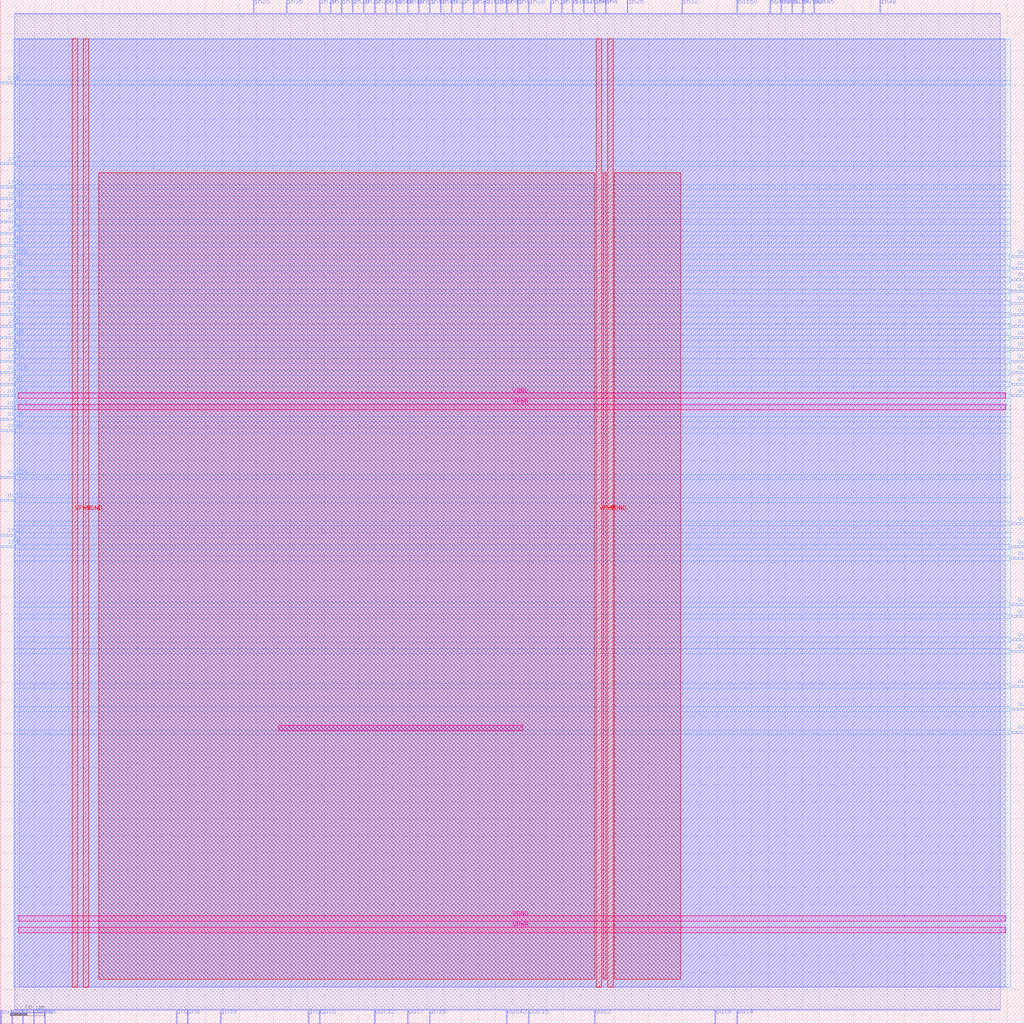
<source format=lef>
VERSION 5.7 ;
  NOWIREEXTENSIONATPIN ON ;
  DIVIDERCHAR "/" ;
  BUSBITCHARS "[]" ;
MACRO netlist_2
  CLASS BLOCK ;
  FOREIGN netlist_2 ;
  ORIGIN 0.000 0.000 ;
  SIZE 300.000 BY 300.000 ;
  PIN VGND
    DIRECTION INOUT ;
    USE GROUND ;
    PORT
      LAYER met4 ;
        RECT 24.340 10.640 25.940 288.560 ;
    END
    PORT
      LAYER met4 ;
        RECT 177.940 10.640 179.540 288.560 ;
    END
    PORT
      LAYER met5 ;
        RECT 5.280 30.030 294.640 31.630 ;
    END
    PORT
      LAYER met5 ;
        RECT 5.280 183.210 294.640 184.810 ;
    END
  END VGND
  PIN VPWR
    DIRECTION INOUT ;
    USE POWER ;
    PORT
      LAYER met4 ;
        RECT 21.040 10.640 22.640 288.560 ;
    END
    PORT
      LAYER met4 ;
        RECT 174.640 10.640 176.240 288.560 ;
    END
    PORT
      LAYER met5 ;
        RECT 5.280 26.730 294.640 28.330 ;
    END
    PORT
      LAYER met5 ;
        RECT 5.280 179.910 294.640 181.510 ;
    END
  END VPWR
  PIN clk
    DIRECTION INPUT ;
    USE SIGNAL ;
    ANTENNAGATEAREA 0.852000 ;
    ANTENNADIFFAREA 0.434700 ;
    PORT
      LAYER met3 ;
        RECT 0.000 275.440 4.000 276.040 ;
    END
  END clk
  PIN in0
    DIRECTION INPUT ;
    USE SIGNAL ;
    ANTENNAGATEAREA 0.126000 ;
    ANTENNADIFFAREA 0.434700 ;
    PORT
      LAYER met2 ;
        RECT 151.430 296.000 151.710 300.000 ;
    END
  END in0
  PIN in1
    DIRECTION INPUT ;
    USE SIGNAL ;
    ANTENNAGATEAREA 0.159000 ;
    ANTENNADIFFAREA 0.434700 ;
    PORT
      LAYER met2 ;
        RECT 96.690 296.000 96.970 300.000 ;
    END
  END in1
  PIN in10
    DIRECTION INPUT ;
    USE SIGNAL ;
    ANTENNAGATEAREA 0.213000 ;
    ANTENNADIFFAREA 0.434700 ;
    PORT
      LAYER met2 ;
        RECT 93.470 296.000 93.750 300.000 ;
    END
  END in10
  PIN in11
    DIRECTION INPUT ;
    USE SIGNAL ;
    ANTENNAGATEAREA 0.247500 ;
    ANTENNADIFFAREA 0.434700 ;
    PORT
      LAYER met3 ;
        RECT 0.000 244.840 4.000 245.440 ;
    END
  END in11
  PIN in12
    DIRECTION INPUT ;
    USE SIGNAL ;
    ANTENNAGATEAREA 0.213000 ;
    ANTENNADIFFAREA 0.434700 ;
    PORT
      LAYER met3 ;
        RECT 0.000 238.040 4.000 238.640 ;
    END
  END in12
  PIN in13
    DIRECTION INPUT ;
    USE SIGNAL ;
    ANTENNAGATEAREA 0.126000 ;
    ANTENNADIFFAREA 0.434700 ;
    PORT
      LAYER met2 ;
        RECT 164.310 296.000 164.590 300.000 ;
    END
  END in13
  PIN in14
    DIRECTION INPUT ;
    USE SIGNAL ;
    ANTENNAGATEAREA 0.213000 ;
    ANTENNADIFFAREA 0.434700 ;
    PORT
      LAYER met3 ;
        RECT 0.000 217.640 4.000 218.240 ;
    END
  END in14
  PIN in15
    DIRECTION INPUT ;
    USE SIGNAL ;
    ANTENNAGATEAREA 0.213000 ;
    ANTENNADIFFAREA 0.434700 ;
    PORT
      LAYER met3 ;
        RECT 0.000 200.640 4.000 201.240 ;
    END
  END in15
  PIN in16
    DIRECTION INPUT ;
    USE SIGNAL ;
    ANTENNAGATEAREA 0.159000 ;
    ANTENNADIFFAREA 0.434700 ;
    PORT
      LAYER met3 ;
        RECT 0.000 221.040 4.000 221.640 ;
    END
  END in16
  PIN in17
    DIRECTION INPUT ;
    USE SIGNAL ;
    ANTENNAGATEAREA 0.159000 ;
    ANTENNADIFFAREA 0.434700 ;
    PORT
      LAYER met3 ;
        RECT 0.000 214.240 4.000 214.840 ;
    END
  END in17
  PIN in18
    DIRECTION INPUT ;
    USE SIGNAL ;
    ANTENNAGATEAREA 0.426000 ;
    ANTENNADIFFAREA 0.434700 ;
    PORT
      LAYER met2 ;
        RECT 161.090 296.000 161.370 300.000 ;
    END
  END in18
  PIN in19
    DIRECTION INPUT ;
    USE SIGNAL ;
    ANTENNAGATEAREA 0.196500 ;
    ANTENNADIFFAREA 0.434700 ;
    PORT
      LAYER met3 ;
        RECT 0.000 210.840 4.000 211.440 ;
    END
  END in19
  PIN in2
    DIRECTION INPUT ;
    USE SIGNAL ;
    ANTENNAGATEAREA 0.213000 ;
    ANTENNADIFFAREA 0.434700 ;
    PORT
      LAYER met2 ;
        RECT 51.610 0.000 51.890 4.000 ;
    END
  END in2
  PIN in20
    DIRECTION INPUT ;
    USE SIGNAL ;
    ANTENNAGATEAREA 0.213000 ;
    ANTENNADIFFAREA 0.434700 ;
    PORT
      LAYER met3 ;
        RECT 0.000 227.840 4.000 228.440 ;
    END
  END in20
  PIN in21
    DIRECTION INPUT ;
    USE SIGNAL ;
    ANTENNAGATEAREA 0.213000 ;
    ANTENNADIFFAREA 0.434700 ;
    PORT
      LAYER met3 ;
        RECT 0.000 231.240 4.000 231.840 ;
    END
  END in21
  PIN in22
    DIRECTION INPUT ;
    USE SIGNAL ;
    ANTENNAGATEAREA 0.213000 ;
    ANTENNADIFFAREA 0.434700 ;
    PORT
      LAYER met2 ;
        RECT 138.550 296.000 138.830 300.000 ;
    END
  END in22
  PIN in23
    DIRECTION INPUT ;
    USE SIGNAL ;
    ANTENNAGATEAREA 0.196500 ;
    ANTENNADIFFAREA 0.434700 ;
    PORT
      LAYER met3 ;
        RECT 0.000 142.840 4.000 143.440 ;
    END
  END in23
  PIN in24
    DIRECTION INPUT ;
    USE SIGNAL ;
    ANTENNAGATEAREA 0.159000 ;
    ANTENNADIFFAREA 0.434700 ;
    PORT
      LAYER met3 ;
        RECT 0.000 193.840 4.000 194.440 ;
    END
  END in24
  PIN in25
    DIRECTION INPUT ;
    USE SIGNAL ;
    ANTENNAGATEAREA 0.196500 ;
    ANTENNADIFFAREA 0.434700 ;
    PORT
      LAYER met2 ;
        RECT 74.150 296.000 74.430 300.000 ;
    END
  END in25
  PIN in26
    DIRECTION INPUT ;
    USE SIGNAL ;
    ANTENNAGATEAREA 0.159000 ;
    ANTENNADIFFAREA 0.434700 ;
    PORT
      LAYER met2 ;
        RECT 183.630 296.000 183.910 300.000 ;
    END
  END in26
  PIN in27
    DIRECTION INPUT ;
    USE SIGNAL ;
    ANTENNAGATEAREA 0.196500 ;
    ANTENNADIFFAREA 0.434700 ;
    PORT
      LAYER met2 ;
        RECT 132.110 296.000 132.390 300.000 ;
    END
  END in27
  PIN in28
    DIRECTION INPUT ;
    USE SIGNAL ;
    ANTENNAGATEAREA 0.196500 ;
    ANTENNADIFFAREA 0.434700 ;
    PORT
      LAYER met2 ;
        RECT 103.130 296.000 103.410 300.000 ;
    END
  END in28
  PIN in29
    DIRECTION INPUT ;
    USE SIGNAL ;
    ANTENNAGATEAREA 0.196500 ;
    ANTENNADIFFAREA 0.434700 ;
    PORT
      LAYER met2 ;
        RECT 109.570 296.000 109.850 300.000 ;
    END
  END in29
  PIN in3
    DIRECTION INPUT ;
    USE SIGNAL ;
    ANTENNAGATEAREA 0.213000 ;
    ANTENNADIFFAREA 0.434700 ;
    PORT
      LAYER met3 ;
        RECT 0.000 207.440 4.000 208.040 ;
    END
  END in3
  PIN in30
    DIRECTION INPUT ;
    USE SIGNAL ;
    ANTENNAGATEAREA 0.196500 ;
    ANTENNADIFFAREA 0.434700 ;
    PORT
      LAYER met3 ;
        RECT 0.000 241.440 4.000 242.040 ;
    END
  END in30
  PIN in31
    DIRECTION INPUT ;
    USE SIGNAL ;
    ANTENNAGATEAREA 0.213000 ;
    ANTENNADIFFAREA 0.434700 ;
    PORT
      LAYER met2 ;
        RECT 90.250 0.000 90.530 4.000 ;
    END
  END in31
  PIN in32
    DIRECTION INPUT ;
    USE SIGNAL ;
    ANTENNAGATEAREA 0.247500 ;
    ANTENNADIFFAREA 0.434700 ;
    PORT
      LAYER met2 ;
        RECT 199.730 296.000 200.010 300.000 ;
    END
  END in32
  PIN in33
    DIRECTION INPUT ;
    USE SIGNAL ;
    ANTENNAGATEAREA 0.196500 ;
    ANTENNADIFFAREA 0.434700 ;
    PORT
      LAYER met2 ;
        RECT 106.350 296.000 106.630 300.000 ;
    END
  END in33
  PIN in34
    DIRECTION INPUT ;
    USE SIGNAL ;
    ANTENNAGATEAREA 0.196500 ;
    ANTENNADIFFAREA 0.434700 ;
    PORT
      LAYER met2 ;
        RECT 135.330 296.000 135.610 300.000 ;
    END
  END in34
  PIN in35
    DIRECTION INPUT ;
    USE SIGNAL ;
    ANTENNAGATEAREA 0.213000 ;
    ANTENNADIFFAREA 0.434700 ;
    PORT
      LAYER met2 ;
        RECT 125.670 0.000 125.950 4.000 ;
    END
  END in35
  PIN in36
    DIRECTION INPUT ;
    USE SIGNAL ;
    ANTENNAGATEAREA 0.196500 ;
    ANTENNADIFFAREA 0.434700 ;
    PORT
      LAYER met2 ;
        RECT 83.810 296.000 84.090 300.000 ;
    END
  END in36
  PIN in37
    DIRECTION INPUT ;
    USE SIGNAL ;
    ANTENNAGATEAREA 0.126000 ;
    ANTENNADIFFAREA 0.434700 ;
    PORT
      LAYER met2 ;
        RECT 99.910 296.000 100.190 300.000 ;
    END
  END in37
  PIN in38
    DIRECTION INPUT ;
    USE SIGNAL ;
    ANTENNAGATEAREA 0.196500 ;
    ANTENNADIFFAREA 0.434700 ;
    PORT
      LAYER met2 ;
        RECT 154.650 296.000 154.930 300.000 ;
    END
  END in38
  PIN in39
    DIRECTION INPUT ;
    USE SIGNAL ;
    ANTENNAGATEAREA 0.213000 ;
    ANTENNADIFFAREA 0.434700 ;
    PORT
      LAYER met2 ;
        RECT 64.490 0.000 64.770 4.000 ;
    END
  END in39
  PIN in4
    DIRECTION INPUT ;
    USE SIGNAL ;
    ANTENNAGATEAREA 0.426000 ;
    ANTENNADIFFAREA 0.434700 ;
    PORT
      LAYER met2 ;
        RECT 177.190 296.000 177.470 300.000 ;
    END
  END in4
  PIN in40
    DIRECTION INPUT ;
    USE SIGNAL ;
    ANTENNAGATEAREA 0.426000 ;
    ANTENNADIFFAREA 0.434700 ;
    PORT
      LAYER met2 ;
        RECT 173.970 296.000 174.250 300.000 ;
    END
  END in40
  PIN in41
    DIRECTION INPUT ;
    USE SIGNAL ;
    ANTENNAGATEAREA 0.159000 ;
    ANTENNADIFFAREA 0.434700 ;
    PORT
      LAYER met3 ;
        RECT 0.000 187.040 4.000 187.640 ;
    END
  END in41
  PIN in42
    DIRECTION INPUT ;
    USE SIGNAL ;
    ANTENNAGATEAREA 0.196500 ;
    ANTENNADIFFAREA 0.434700 ;
    PORT
      LAYER met2 ;
        RECT 125.670 296.000 125.950 300.000 ;
    END
  END in42
  PIN in43
    DIRECTION INPUT ;
    USE SIGNAL ;
    ANTENNAGATEAREA 0.196500 ;
    ANTENNADIFFAREA 0.434700 ;
    PORT
      LAYER met2 ;
        RECT 148.210 296.000 148.490 300.000 ;
    END
  END in43
  PIN in44
    DIRECTION INPUT ;
    USE SIGNAL ;
    ANTENNAGATEAREA 0.196500 ;
    ANTENNADIFFAREA 0.434700 ;
    PORT
      LAYER met2 ;
        RECT 116.010 296.000 116.290 300.000 ;
    END
  END in44
  PIN in45
    DIRECTION INPUT ;
    USE SIGNAL ;
    ANTENNAGATEAREA 0.159000 ;
    ANTENNADIFFAREA 0.434700 ;
    PORT
      LAYER met2 ;
        RECT 128.890 296.000 129.170 300.000 ;
    END
  END in45
  PIN in46
    DIRECTION INPUT ;
    USE SIGNAL ;
    ANTENNAGATEAREA 0.159000 ;
    ANTENNADIFFAREA 0.434700 ;
    PORT
      LAYER met2 ;
        RECT 119.230 296.000 119.510 300.000 ;
    END
  END in46
  PIN in47
    DIRECTION INPUT ;
    USE SIGNAL ;
    ANTENNAGATEAREA 0.159000 ;
    ANTENNADIFFAREA 0.434700 ;
    PORT
      LAYER met3 ;
        RECT 0.000 173.440 4.000 174.040 ;
    END
  END in47
  PIN in48
    DIRECTION INPUT ;
    USE SIGNAL ;
    ANTENNAGATEAREA 0.213000 ;
    ANTENNADIFFAREA 0.434700 ;
    PORT
      LAYER met2 ;
        RECT 257.690 296.000 257.970 300.000 ;
    END
  END in48
  PIN in49
    DIRECTION INPUT ;
    USE SIGNAL ;
    ANTENNAGATEAREA 0.159000 ;
    ANTENNADIFFAREA 0.434700 ;
    PORT
      LAYER met2 ;
        RECT 144.990 296.000 145.270 300.000 ;
    END
  END in49
  PIN in5
    DIRECTION INPUT ;
    USE SIGNAL ;
    ANTENNAGATEAREA 0.247500 ;
    ANTENNADIFFAREA 0.434700 ;
    PORT
      LAYER met3 ;
        RECT 0.000 204.040 4.000 204.640 ;
    END
  END in5
  PIN in50
    DIRECTION INPUT ;
    USE SIGNAL ;
    ANTENNAGATEAREA 0.247500 ;
    ANTENNADIFFAREA 0.434700 ;
    PORT
      LAYER met3 ;
        RECT 0.000 197.240 4.000 197.840 ;
    END
  END in50
  PIN in51
    DIRECTION INPUT ;
    USE SIGNAL ;
    ANTENNAGATEAREA 0.213000 ;
    ANTENNADIFFAREA 0.434700 ;
    PORT
      LAYER met2 ;
        RECT 122.450 296.000 122.730 300.000 ;
    END
  END in51
  PIN in6
    DIRECTION INPUT ;
    USE SIGNAL ;
    ANTENNAGATEAREA 0.213000 ;
    ANTENNADIFFAREA 0.434700 ;
    PORT
      LAYER met3 ;
        RECT 0.000 234.640 4.000 235.240 ;
    END
  END in6
  PIN in7
    DIRECTION INPUT ;
    USE SIGNAL ;
    ANTENNAGATEAREA 0.426000 ;
    ANTENNADIFFAREA 0.434700 ;
    PORT
      LAYER met3 ;
        RECT 0.000 251.640 4.000 252.240 ;
    END
  END in7
  PIN in8
    DIRECTION INPUT ;
    USE SIGNAL ;
    ANTENNAGATEAREA 0.426000 ;
    ANTENNADIFFAREA 0.434700 ;
    PORT
      LAYER met2 ;
        RECT 54.830 0.000 55.110 4.000 ;
    END
  END in8
  PIN in9
    DIRECTION INPUT ;
    USE SIGNAL ;
    ANTENNAGATEAREA 0.213000 ;
    ANTENNADIFFAREA 0.434700 ;
    PORT
      LAYER met3 ;
        RECT 0.000 139.440 4.000 140.040 ;
    END
  END in9
  PIN out0
    DIRECTION OUTPUT ;
    USE SIGNAL ;
    ANTENNADIFFAREA 0.795200 ;
    PORT
      LAYER met2 ;
        RECT 231.930 296.000 232.210 300.000 ;
    END
  END out0
  PIN out1
    DIRECTION OUTPUT ;
    USE SIGNAL ;
    ANTENNADIFFAREA 0.445500 ;
    PORT
      LAYER met3 ;
        RECT 296.000 122.440 300.000 123.040 ;
    END
  END out1
  PIN out10
    DIRECTION OUTPUT ;
    USE SIGNAL ;
    ANTENNADIFFAREA 0.445500 ;
    PORT
      LAYER met3 ;
        RECT 0.000 190.440 4.000 191.040 ;
    END
  END out10
  PIN out11
    DIRECTION OUTPUT ;
    USE SIGNAL ;
    ANTENNADIFFAREA 0.445500 ;
    PORT
      LAYER met3 ;
        RECT 0.000 183.640 4.000 184.240 ;
    END
  END out11
  PIN out12
    DIRECTION OUTPUT ;
    USE SIGNAL ;
    ANTENNADIFFAREA 0.445500 ;
    PORT
      LAYER met2 ;
        RECT 109.570 0.000 109.850 4.000 ;
    END
  END out12
  PIN out13
    DIRECTION OUTPUT ;
    USE SIGNAL ;
    ANTENNADIFFAREA 0.445500 ;
    PORT
      LAYER met3 ;
        RECT 296.000 210.840 300.000 211.440 ;
    END
  END out13
  PIN out14
    DIRECTION OUTPUT ;
    USE SIGNAL ;
    ANTENNADIFFAREA 0.340600 ;
    PORT
      LAYER met3 ;
        RECT 296.000 91.840 300.000 92.440 ;
    END
  END out14
  PIN out15
    DIRECTION OUTPUT ;
    USE SIGNAL ;
    ANTENNADIFFAREA 0.445500 ;
    PORT
      LAYER met2 ;
        RECT 154.650 0.000 154.930 4.000 ;
    END
  END out15
  PIN out16
    DIRECTION OUTPUT ;
    USE SIGNAL ;
    ANTENNADIFFAREA 0.445500 ;
    PORT
      LAYER met3 ;
        RECT 296.000 190.440 300.000 191.040 ;
    END
  END out16
  PIN out17
    DIRECTION OUTPUT ;
    USE SIGNAL ;
    ANTENNADIFFAREA 0.340600 ;
    PORT
      LAYER met3 ;
        RECT 0.000 153.040 4.000 153.640 ;
    END
  END out17
  PIN out18
    DIRECTION OUTPUT ;
    USE SIGNAL ;
    ANTENNADIFFAREA 0.445500 ;
    PORT
      LAYER met3 ;
        RECT 296.000 98.640 300.000 99.240 ;
    END
  END out18
  PIN out19
    DIRECTION OUTPUT ;
    USE SIGNAL ;
    ANTENNADIFFAREA 0.340600 ;
    PORT
      LAYER met3 ;
        RECT 296.000 197.240 300.000 197.840 ;
    END
  END out19
  PIN out2
    DIRECTION OUTPUT ;
    USE SIGNAL ;
    ANTENNADIFFAREA 0.445500 ;
    PORT
      LAYER met2 ;
        RECT 173.970 0.000 174.250 4.000 ;
    END
  END out2
  PIN out20
    DIRECTION OUTPUT ;
    USE SIGNAL ;
    ANTENNADIFFAREA 0.445500 ;
    PORT
      LAYER met3 ;
        RECT 296.000 112.240 300.000 112.840 ;
    END
  END out20
  PIN out21
    DIRECTION OUTPUT ;
    USE SIGNAL ;
    ANTENNADIFFAREA 0.340600 ;
    PORT
      LAYER met3 ;
        RECT 296.000 108.840 300.000 109.440 ;
    END
  END out21
  PIN out22
    DIRECTION OUTPUT ;
    USE SIGNAL ;
    PORT
      LAYER met2 ;
        RECT 0.090 0.000 0.370 4.000 ;
    END
  END out22
  PIN out23
    DIRECTION OUTPUT ;
    USE SIGNAL ;
    ANTENNADIFFAREA 0.340600 ;
    PORT
      LAYER met3 ;
        RECT 296.000 187.040 300.000 187.640 ;
    END
  END out23
  PIN out24
    DIRECTION OUTPUT ;
    USE SIGNAL ;
    ANTENNADIFFAREA 0.445500 ;
    PORT
      LAYER met3 ;
        RECT 0.000 180.240 4.000 180.840 ;
    END
  END out24
  PIN out25
    DIRECTION OUTPUT ;
    USE SIGNAL ;
    ANTENNADIFFAREA 0.445500 ;
    PORT
      LAYER met3 ;
        RECT 296.000 214.240 300.000 214.840 ;
    END
  END out25
  PIN out26
    DIRECTION OUTPUT ;
    USE SIGNAL ;
    ANTENNADIFFAREA 0.445500 ;
    PORT
      LAYER met3 ;
        RECT 296.000 85.040 300.000 85.640 ;
    END
  END out26
  PIN out27
    DIRECTION OUTPUT ;
    USE SIGNAL ;
    ANTENNADIFFAREA 0.445500 ;
    PORT
      LAYER met3 ;
        RECT 296.000 207.440 300.000 208.040 ;
    END
  END out27
  PIN out28
    DIRECTION OUTPUT ;
    USE SIGNAL ;
    ANTENNADIFFAREA 0.795200 ;
    PORT
      LAYER met2 ;
        RECT 170.750 296.000 171.030 300.000 ;
    END
  END out28
  PIN out29
    DIRECTION OUTPUT ;
    USE SIGNAL ;
    ANTENNADIFFAREA 0.445500 ;
    PORT
      LAYER met3 ;
        RECT 296.000 136.040 300.000 136.640 ;
    END
  END out29
  PIN out3
    DIRECTION OUTPUT ;
    USE SIGNAL ;
    PORT
      LAYER met2 ;
        RECT 3.310 0.000 3.590 4.000 ;
    END
  END out3
  PIN out30
    DIRECTION OUTPUT ;
    USE SIGNAL ;
    ANTENNADIFFAREA 0.340600 ;
    PORT
      LAYER met3 ;
        RECT 0.000 159.840 4.000 160.440 ;
    END
  END out30
  PIN out31
    DIRECTION OUTPUT ;
    USE SIGNAL ;
    ANTENNADIFFAREA 0.445500 ;
    PORT
      LAYER met3 ;
        RECT 296.000 200.640 300.000 201.240 ;
    END
  END out31
  PIN out32
    DIRECTION OUTPUT ;
    USE SIGNAL ;
    ANTENNADIFFAREA 0.445500 ;
    PORT
      LAYER met3 ;
        RECT 296.000 221.040 300.000 221.640 ;
    END
  END out32
  PIN out33
    DIRECTION OUTPUT ;
    USE SIGNAL ;
    ANTENNADIFFAREA 0.795200 ;
    PORT
      LAYER met2 ;
        RECT 167.530 296.000 167.810 300.000 ;
    END
  END out33
  PIN out34
    DIRECTION OUTPUT ;
    USE SIGNAL ;
    ANTENNADIFFAREA 0.445500 ;
    PORT
      LAYER met3 ;
        RECT 296.000 183.640 300.000 184.240 ;
    END
  END out34
  PIN out35
    DIRECTION OUTPUT ;
    USE SIGNAL ;
    ANTENNADIFFAREA 0.445500 ;
    PORT
      LAYER met3 ;
        RECT 0.000 224.440 4.000 225.040 ;
    END
  END out35
  PIN out36
    DIRECTION OUTPUT ;
    USE SIGNAL ;
    ANTENNADIFFAREA 0.795200 ;
    PORT
      LAYER met2 ;
        RECT 141.770 296.000 142.050 300.000 ;
    END
  END out36
  PIN out37
    DIRECTION OUTPUT ;
    USE SIGNAL ;
    ANTENNADIFFAREA 0.445500 ;
    PORT
      LAYER met3 ;
        RECT 296.000 204.040 300.000 204.640 ;
    END
  END out37
  PIN out38
    DIRECTION OUTPUT ;
    USE SIGNAL ;
    PORT
      LAYER met2 ;
        RECT 6.530 0.000 6.810 4.000 ;
    END
  END out38
  PIN out39
    DIRECTION OUTPUT ;
    USE SIGNAL ;
    ANTENNADIFFAREA 0.795200 ;
    PORT
      LAYER met2 ;
        RECT 225.490 296.000 225.770 300.000 ;
    END
  END out39
  PIN out4
    DIRECTION OUTPUT ;
    USE SIGNAL ;
    ANTENNADIFFAREA 0.340600 ;
    PORT
      LAYER met2 ;
        RECT 215.830 0.000 216.110 4.000 ;
    END
  END out4
  PIN out40
    DIRECTION OUTPUT ;
    USE SIGNAL ;
    PORT
      LAYER met2 ;
        RECT 9.750 0.000 10.030 4.000 ;
    END
  END out40
  PIN out41
    DIRECTION OUTPUT ;
    USE SIGNAL ;
    ANTENNADIFFAREA 0.795200 ;
    PORT
      LAYER met2 ;
        RECT 112.790 296.000 113.070 300.000 ;
    END
  END out41
  PIN out42
    DIRECTION OUTPUT ;
    USE SIGNAL ;
    ANTENNADIFFAREA 0.340600 ;
    PORT
      LAYER met2 ;
        RECT 148.210 0.000 148.490 4.000 ;
    END
  END out42
  PIN out43
    DIRECTION OUTPUT ;
    USE SIGNAL ;
    ANTENNADIFFAREA 0.445500 ;
    PORT
      LAYER met3 ;
        RECT 296.000 139.440 300.000 140.040 ;
    END
  END out43
  PIN out44
    DIRECTION OUTPUT ;
    USE SIGNAL ;
    ANTENNADIFFAREA 0.445500 ;
    PORT
      LAYER met3 ;
        RECT 296.000 217.640 300.000 218.240 ;
    END
  END out44
  PIN out45
    DIRECTION OUTPUT ;
    USE SIGNAL ;
    ANTENNADIFFAREA 0.795200 ;
    PORT
      LAYER met2 ;
        RECT 238.370 296.000 238.650 300.000 ;
    END
  END out45
  PIN out46
    DIRECTION OUTPUT ;
    USE SIGNAL ;
    ANTENNADIFFAREA 0.445500 ;
    PORT
      LAYER met3 ;
        RECT 296.000 146.240 300.000 146.840 ;
    END
  END out46
  PIN out47
    DIRECTION OUTPUT ;
    USE SIGNAL ;
    ANTENNADIFFAREA 0.340600 ;
    PORT
      LAYER met3 ;
        RECT 296.000 193.840 300.000 194.440 ;
    END
  END out47
  PIN out48
    DIRECTION OUTPUT ;
    USE SIGNAL ;
    ANTENNADIFFAREA 0.795200 ;
    PORT
      LAYER met2 ;
        RECT 235.150 296.000 235.430 300.000 ;
    END
  END out48
  PIN out49
    DIRECTION OUTPUT ;
    USE SIGNAL ;
    ANTENNADIFFAREA 0.445500 ;
    PORT
      LAYER met3 ;
        RECT 296.000 224.440 300.000 225.040 ;
    END
  END out49
  PIN out5
    DIRECTION OUTPUT ;
    USE SIGNAL ;
    ANTENNADIFFAREA 0.445500 ;
    PORT
      LAYER met2 ;
        RECT 93.470 0.000 93.750 4.000 ;
    END
  END out5
  PIN out50
    DIRECTION OUTPUT ;
    USE SIGNAL ;
    ANTENNADIFFAREA 0.340600 ;
    PORT
      LAYER met2 ;
        RECT 215.830 296.000 216.110 300.000 ;
    END
  END out50
  PIN out51
    DIRECTION OUTPUT ;
    USE SIGNAL ;
    ANTENNADIFFAREA 0.795200 ;
    PORT
      LAYER met2 ;
        RECT 228.710 296.000 228.990 300.000 ;
    END
  END out51
  PIN out6
    DIRECTION OUTPUT ;
    USE SIGNAL ;
    ANTENNADIFFAREA 0.340600 ;
    PORT
      LAYER met3 ;
        RECT 0.000 176.840 4.000 177.440 ;
    END
  END out6
  PIN out7
    DIRECTION OUTPUT ;
    USE SIGNAL ;
    ANTENNADIFFAREA 0.445500 ;
    PORT
      LAYER met2 ;
        RECT 119.230 0.000 119.510 4.000 ;
    END
  END out7
  PIN out8
    DIRECTION OUTPUT ;
    USE SIGNAL ;
    ANTENNADIFFAREA 0.445500 ;
    PORT
      LAYER met3 ;
        RECT 296.000 119.040 300.000 119.640 ;
    END
  END out8
  PIN out9
    DIRECTION OUTPUT ;
    USE SIGNAL ;
    ANTENNADIFFAREA 0.445500 ;
    PORT
      LAYER met2 ;
        RECT 209.390 0.000 209.670 4.000 ;
    END
  END out9
  PIN rst
    DIRECTION INPUT ;
    USE SIGNAL ;
    PORT
      LAYER met2 ;
        RECT 12.970 0.000 13.250 4.000 ;
    END
  END rst
  OBS
      LAYER li1 ;
        RECT 5.520 10.795 294.400 288.405 ;
      LAYER met1 ;
        RECT 4.210 10.640 294.400 288.560 ;
      LAYER met2 ;
        RECT 4.230 295.720 73.870 296.000 ;
        RECT 74.710 295.720 83.530 296.000 ;
        RECT 84.370 295.720 93.190 296.000 ;
        RECT 94.030 295.720 96.410 296.000 ;
        RECT 97.250 295.720 99.630 296.000 ;
        RECT 100.470 295.720 102.850 296.000 ;
        RECT 103.690 295.720 106.070 296.000 ;
        RECT 106.910 295.720 109.290 296.000 ;
        RECT 110.130 295.720 112.510 296.000 ;
        RECT 113.350 295.720 115.730 296.000 ;
        RECT 116.570 295.720 118.950 296.000 ;
        RECT 119.790 295.720 122.170 296.000 ;
        RECT 123.010 295.720 125.390 296.000 ;
        RECT 126.230 295.720 128.610 296.000 ;
        RECT 129.450 295.720 131.830 296.000 ;
        RECT 132.670 295.720 135.050 296.000 ;
        RECT 135.890 295.720 138.270 296.000 ;
        RECT 139.110 295.720 141.490 296.000 ;
        RECT 142.330 295.720 144.710 296.000 ;
        RECT 145.550 295.720 147.930 296.000 ;
        RECT 148.770 295.720 151.150 296.000 ;
        RECT 151.990 295.720 154.370 296.000 ;
        RECT 155.210 295.720 160.810 296.000 ;
        RECT 161.650 295.720 164.030 296.000 ;
        RECT 164.870 295.720 167.250 296.000 ;
        RECT 168.090 295.720 170.470 296.000 ;
        RECT 171.310 295.720 173.690 296.000 ;
        RECT 174.530 295.720 176.910 296.000 ;
        RECT 177.750 295.720 183.350 296.000 ;
        RECT 184.190 295.720 199.450 296.000 ;
        RECT 200.290 295.720 215.550 296.000 ;
        RECT 216.390 295.720 225.210 296.000 ;
        RECT 226.050 295.720 228.430 296.000 ;
        RECT 229.270 295.720 231.650 296.000 ;
        RECT 232.490 295.720 234.870 296.000 ;
        RECT 235.710 295.720 238.090 296.000 ;
        RECT 238.930 295.720 257.410 296.000 ;
        RECT 258.250 295.720 292.930 296.000 ;
        RECT 4.230 4.280 292.930 295.720 ;
        RECT 4.230 4.000 6.250 4.280 ;
        RECT 7.090 4.000 9.470 4.280 ;
        RECT 10.310 4.000 12.690 4.280 ;
        RECT 13.530 4.000 51.330 4.280 ;
        RECT 52.170 4.000 54.550 4.280 ;
        RECT 55.390 4.000 64.210 4.280 ;
        RECT 65.050 4.000 89.970 4.280 ;
        RECT 90.810 4.000 93.190 4.280 ;
        RECT 94.030 4.000 109.290 4.280 ;
        RECT 110.130 4.000 118.950 4.280 ;
        RECT 119.790 4.000 125.390 4.280 ;
        RECT 126.230 4.000 147.930 4.280 ;
        RECT 148.770 4.000 154.370 4.280 ;
        RECT 155.210 4.000 173.690 4.280 ;
        RECT 174.530 4.000 209.110 4.280 ;
        RECT 209.950 4.000 215.550 4.280 ;
        RECT 216.390 4.000 292.930 4.280 ;
      LAYER met3 ;
        RECT 3.990 276.440 296.000 288.485 ;
        RECT 4.400 275.040 296.000 276.440 ;
        RECT 3.990 252.640 296.000 275.040 ;
        RECT 4.400 251.240 296.000 252.640 ;
        RECT 3.990 245.840 296.000 251.240 ;
        RECT 4.400 244.440 296.000 245.840 ;
        RECT 3.990 242.440 296.000 244.440 ;
        RECT 4.400 241.040 296.000 242.440 ;
        RECT 3.990 239.040 296.000 241.040 ;
        RECT 4.400 237.640 296.000 239.040 ;
        RECT 3.990 235.640 296.000 237.640 ;
        RECT 4.400 234.240 296.000 235.640 ;
        RECT 3.990 232.240 296.000 234.240 ;
        RECT 4.400 230.840 296.000 232.240 ;
        RECT 3.990 228.840 296.000 230.840 ;
        RECT 4.400 227.440 296.000 228.840 ;
        RECT 3.990 225.440 296.000 227.440 ;
        RECT 4.400 224.040 295.600 225.440 ;
        RECT 3.990 222.040 296.000 224.040 ;
        RECT 4.400 220.640 295.600 222.040 ;
        RECT 3.990 218.640 296.000 220.640 ;
        RECT 4.400 217.240 295.600 218.640 ;
        RECT 3.990 215.240 296.000 217.240 ;
        RECT 4.400 213.840 295.600 215.240 ;
        RECT 3.990 211.840 296.000 213.840 ;
        RECT 4.400 210.440 295.600 211.840 ;
        RECT 3.990 208.440 296.000 210.440 ;
        RECT 4.400 207.040 295.600 208.440 ;
        RECT 3.990 205.040 296.000 207.040 ;
        RECT 4.400 203.640 295.600 205.040 ;
        RECT 3.990 201.640 296.000 203.640 ;
        RECT 4.400 200.240 295.600 201.640 ;
        RECT 3.990 198.240 296.000 200.240 ;
        RECT 4.400 196.840 295.600 198.240 ;
        RECT 3.990 194.840 296.000 196.840 ;
        RECT 4.400 193.440 295.600 194.840 ;
        RECT 3.990 191.440 296.000 193.440 ;
        RECT 4.400 190.040 295.600 191.440 ;
        RECT 3.990 188.040 296.000 190.040 ;
        RECT 4.400 186.640 295.600 188.040 ;
        RECT 3.990 184.640 296.000 186.640 ;
        RECT 4.400 183.240 295.600 184.640 ;
        RECT 3.990 181.240 296.000 183.240 ;
        RECT 4.400 179.840 296.000 181.240 ;
        RECT 3.990 177.840 296.000 179.840 ;
        RECT 4.400 176.440 296.000 177.840 ;
        RECT 3.990 174.440 296.000 176.440 ;
        RECT 4.400 173.040 296.000 174.440 ;
        RECT 3.990 160.840 296.000 173.040 ;
        RECT 4.400 159.440 296.000 160.840 ;
        RECT 3.990 154.040 296.000 159.440 ;
        RECT 4.400 152.640 296.000 154.040 ;
        RECT 3.990 147.240 296.000 152.640 ;
        RECT 3.990 145.840 295.600 147.240 ;
        RECT 3.990 143.840 296.000 145.840 ;
        RECT 4.400 142.440 296.000 143.840 ;
        RECT 3.990 140.440 296.000 142.440 ;
        RECT 4.400 139.040 295.600 140.440 ;
        RECT 3.990 137.040 296.000 139.040 ;
        RECT 3.990 135.640 295.600 137.040 ;
        RECT 3.990 123.440 296.000 135.640 ;
        RECT 3.990 122.040 295.600 123.440 ;
        RECT 3.990 120.040 296.000 122.040 ;
        RECT 3.990 118.640 295.600 120.040 ;
        RECT 3.990 113.240 296.000 118.640 ;
        RECT 3.990 111.840 295.600 113.240 ;
        RECT 3.990 109.840 296.000 111.840 ;
        RECT 3.990 108.440 295.600 109.840 ;
        RECT 3.990 99.640 296.000 108.440 ;
        RECT 3.990 98.240 295.600 99.640 ;
        RECT 3.990 92.840 296.000 98.240 ;
        RECT 3.990 91.440 295.600 92.840 ;
        RECT 3.990 86.040 296.000 91.440 ;
        RECT 3.990 84.640 295.600 86.040 ;
        RECT 3.990 10.715 296.000 84.640 ;
      LAYER met4 ;
        RECT 28.815 13.095 174.240 249.385 ;
        RECT 176.640 13.095 177.540 249.385 ;
        RECT 179.940 13.095 199.345 249.385 ;
      LAYER met5 ;
        RECT 81.540 85.900 153.060 87.500 ;
  END
END netlist_2
END LIBRARY


</source>
